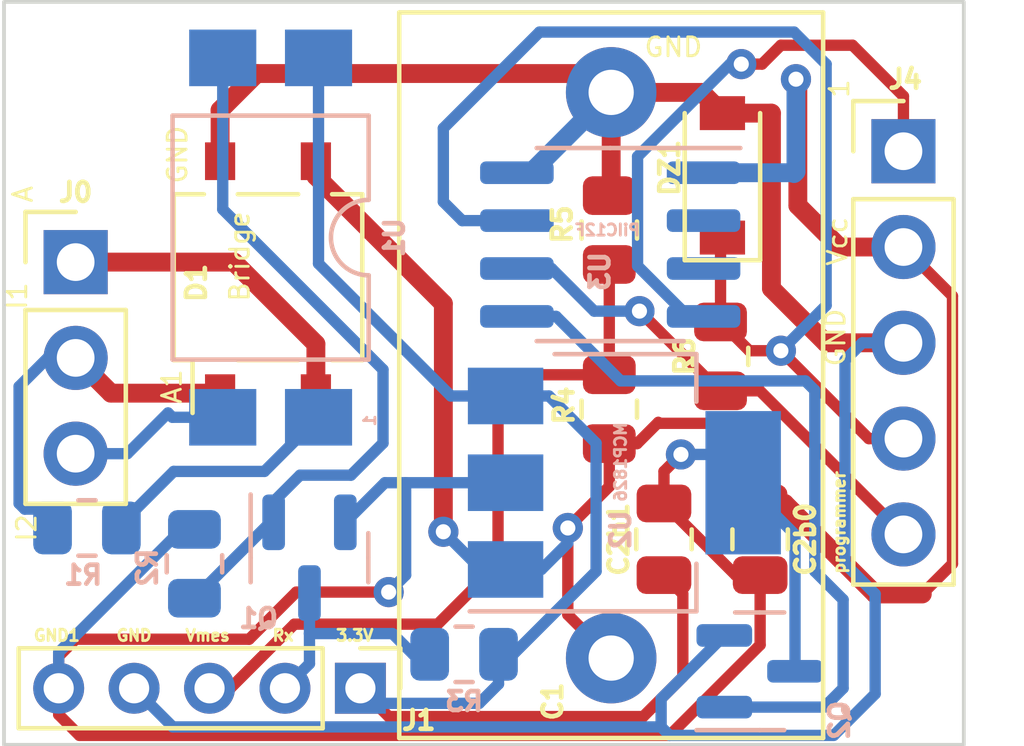
<source format=kicad_pcb>
(kicad_pcb (version 20211014) (generator pcbnew)
  (layers (0 "F.Cu" signal) (31 "B.Cu" signal) (34 "B.Paste" user) (35 "F.Paste" user) (36 "B.SilkS" user "B.Silkscreen") (37 "F.SilkS" user "F.Silkscreen") (38 "B.Mask" user) (39 "F.Mask" user) (44 "Edge.Cuts" user))
  (net 0 "")
  (net 1 "VCC")
  (net 2 "GND")
  (net 3 "A")
  (net 4 "I1")
  (net 5 "Net-(DZ1-Pad1)")
  (net 6 "I2")
  (net 7 "+3.3V")
  (net 8 "Net-(J1-Pad2)")
  (net 9 "GND1")
  (net 10 "Net-(J1-Pad3)")
  (net 11 "Net-(J4-Pad1)")
  (net 12 "Net-(J4-Pad5)")
  (net 15 "Net-(Q1-Pad1)")
  (net 16 "Net-(Q2-Pad1)")
  (net 17 "Net-(R1-Pad2)")
  (footprint "Resistor_SMD:R_0805_2012Metric" (layer "F.Cu") (at 35.95 91.7 -90)
    (fp_text reference "R4" (at -0.1 1.2 90) (layer "F.SilkS") (effects (font (size 0.5 0.5) (thickness 0.125))))
    (fp_text value "R_US")
    (fp_line (start -0.227064 -0.735) (end 0.227064 -0.735) (layer "F.SilkS") (width 0.12))
    (fp_line (start -0.227064 0.735) (end 0.227064 0.735) (layer "F.SilkS") (width 0.12))
    (pad "1" smd roundrect (at -0.9125 0 270) (size 1.025 1.4) (layers "F.Cu" "F.Paste" "F.Mask") (roundrect_rratio 0.243902439) (net 10 "Net-(J1-Pad3)"))
    (pad "2" smd roundrect (at 0.9125 0 270) (size 1.025 1.4) (layers "F.Cu" "F.Paste" "F.Mask") (roundrect_rratio 0.243902439) (net 1 "VCC"))
  )
  (footprint "Capacitor_SMD:C_0805_2012Metric" (layer "F.Cu") (at 39.95 95.15 -90)
    (fp_text reference "C2b0" (at 0 -1.2 90) (layer "F.SilkS") (effects (font (size 0.5 0.5) (thickness 0.125))))
    (fp_text value "C")
    (fp_line (start -0.261252 -0.735) (end 0.261252 -0.735) (layer "F.SilkS") (width 0.12))
    (fp_line (start -0.261252 0.735) (end 0.261252 0.735) (layer "F.SilkS") (width 0.12))
    (pad "1" smd roundrect (at -0.95 0 270) (size 1 1.45) (layers "F.Cu" "F.Paste" "F.Mask") (net 1 "VCC"))
    (pad "2" smd roundrect (at 0.95 0 270) (size 1 1.45) (layers "F.Cu" "F.Paste" "F.Mask") (net 9 "GND1"))
  )
  (footprint "Connector_PinHeader_2.54mm:PinHeader_1x03_P2.54mm_Vertical" (layer "F.Cu") (at 21.8 87.8)
    (fp_text reference "J0" (at 0 -1.85) (layer "F.SilkS") (effects (font (size 0.5 0.5) (thickness 0.125))))
    (fp_text value "Linky")
    (fp_line (start -1.33 -1.33) (end 0 -1.33) (layer "F.SilkS") (width 0.12))
    (fp_line (start 1.33 1.27) (end 1.33 6.41) (layer "F.SilkS") (width 0.12))
    (fp_line (start -1.33 0) (end -1.33 -1.33) (layer "F.SilkS") (width 0.12))
    (fp_line (start -1.33 1.27) (end 1.33 1.27) (layer "F.SilkS") (width 0.12))
    (fp_line (start -1.33 1.27) (end -1.33 6.41) (layer "F.SilkS") (width 0.12))
    (fp_line (start -1.33 6.41) (end 1.33 6.41) (layer "F.SilkS") (width 0.12))
    (pad "1" thru_hole rect (at 0 0) (size 1.7 1.7) (drill 1) (layers *.Cu *.Mask) (net 3 "A"))
    (pad "2" thru_hole oval (at 0 2.54) (size 1.7 1.7) (drill 1) (layers *.Cu *.Mask) (net 4 "I1"))
    (pad "3" thru_hole oval (at 0 5.08) (size 1.7 1.7) (drill 1) (layers *.Cu *.Mask) (net 6 "I2"))
  )
  (footprint "Connector_PinHeader_2.00mm:PinHeader_1x05_P2.00mm_Vertical" (layer "F.Cu") (at 29.35 99.1 -90)
    (fp_text reference "J1" (at 0.85 -1.55 180) (layer "F.SilkS") (effects (font (size 0.5 0.5) (thickness 0.125))))
    (fp_text value "ESP")
    (fp_line (start -1.06 1) (end 1.06 1) (layer "F.SilkS") (width 0.12))
    (fp_line (start -1.06 9.06) (end 1.06 9.06) (layer "F.SilkS") (width 0.12))
    (fp_line (start 1.06 1) (end 1.06 9.06) (layer "F.SilkS") (width 0.12))
    (fp_line (start -1.06 1) (end -1.06 9.06) (layer "F.SilkS") (width 0.12))
    (fp_line (start -1.06 -1.06) (end 0 -1.06) (layer "F.SilkS") (width 0.12))
    (fp_line (start -1.06 0) (end -1.06 -1.06) (layer "F.SilkS") (width 0.12))
    (pad "1" thru_hole rect (at 0 0 270) (size 1.35 1.35) (drill 0.8) (layers *.Cu *.Mask) (net 7 "+3.3V"))
    (pad "2" thru_hole oval (at 0 2 270) (size 1.35 1.35) (drill 0.8) (layers *.Cu *.Mask) (net 8 "Net-(J1-Pad2)"))
    (pad "3" thru_hole oval (at 0 4 270) (size 1.35 1.35) (drill 0.8) (layers *.Cu *.Mask) (net 10 "Net-(J1-Pad3)"))
    (pad "4" thru_hole oval (at 0 6 270) (size 1.35 1.35) (drill 0.8) (layers *.Cu *.Mask) (net 2 "GND"))
    (pad "5" thru_hole oval (at 0 8 270) (size 1.35 1.35) (drill 0.8) (layers *.Cu *.Mask) (net 9 "GND1"))
  )
  (footprint "Connector_PinHeader_2.54mm:PinHeader_1x05_P2.54mm_Vertical" (layer "F.Cu") (at 43.75 84.86)
    (fp_text reference "J4" (at 0.05 -1.91) (layer "F.SilkS") (effects (font (size 0.5 0.5) (thickness 0.125))))
    (fp_text value "program")
    (fp_line (start -1.33 0) (end -1.33 -1.33) (layer "F.SilkS") (width 0.12))
    (fp_line (start -1.33 1.27) (end -1.33 11.49) (layer "F.SilkS") (width 0.12))
    (fp_line (start -1.33 1.27) (end 1.33 1.27) (layer "F.SilkS") (width 0.12))
    (fp_line (start -1.33 11.49) (end 1.33 11.49) (layer "F.SilkS") (width 0.12))
    (fp_line (start -1.33 -1.33) (end 0 -1.33) (layer "F.SilkS") (width 0.12))
    (fp_line (start 1.33 1.27) (end 1.33 11.49) (layer "F.SilkS") (width 0.12))
    (pad "1" thru_hole rect (at 0 0) (size 1.7 1.7) (drill 1) (layers *.Cu *.Mask) (net 11 "Net-(J4-Pad1)"))
    (pad "2" thru_hole oval (at 0 2.54) (size 1.7 1.7) (drill 1) (layers *.Cu *.Mask) (net 1 "VCC"))
    (pad "3" thru_hole oval (at 0 5.08) (size 1.7 1.7) (drill 1) (layers *.Cu *.Mask) (net 2 "GND"))
    (pad "4" thru_hole oval (at 0 7.62) (size 1.7 1.7) (drill 1) (layers *.Cu *.Mask) (net 5 "Net-(DZ1-Pad1)"))
    (pad "5" thru_hole oval (at 0 10.16) (size 1.7 1.7) (drill 1) (layers *.Cu *.Mask) (net 12 "Net-(J4-Pad5)"))
  )
  (footprint "Capacitor_SMD:C_0805_2012Metric" (layer "F.Cu") (at 37.4 95.15 90)
    (fp_text reference "C2b1" (at 0 -1.2 90) (layer "F.SilkS") (effects (font (size 0.5 0.5) (thickness 0.125))))
    (fp_text value "C")
    (fp_line (start -0.261252 0.735) (end 0.261252 0.735) (layer "F.SilkS") (width 0.12))
    (fp_line (start -0.261252 -0.735) (end 0.261252 -0.735) (layer "F.SilkS") (width 0.12))
    (pad "1" smd roundrect (at -0.95 0 90) (size 1 1.45) (layers "F.Cu" "F.Paste" "F.Mask") (net 7 "+3.3V"))
    (pad "2" smd roundrect (at 0.95 0 90) (size 1 1.45) (layers "F.Cu" "F.Paste" "F.Mask") (net 9 "GND1"))
  )
  (footprint "Resistor_SMD:R_0805_2012Metric" (layer "F.Cu") (at 35.95 86.95 -90)
    (fp_text reference "R5" (at -0.15 1.25 90) (layer "F.SilkS") (effects (font (size 0.5 0.5) (thickness 0.125))))
    (fp_text value "R_US")
    (fp_line (start -0.227064 -0.735) (end 0.227064 -0.735) (layer "F.SilkS") (width 0.12))
    (fp_line (start -0.227064 0.735) (end 0.227064 0.735) (layer "F.SilkS") (width 0.12))
    (pad "1" smd roundrect (at -0.9125 0 270) (size 1.025 1.4) (layers "F.Cu" "F.Paste" "F.Mask") (roundrect_rratio 0.243902439) (net 2 "GND"))
    (pad "2" smd roundrect (at 0.9125 0 270) (size 1.025 1.4) (layers "F.Cu" "F.Paste" "F.Mask") (roundrect_rratio 0.243902439) (net 10 "Net-(J1-Pad3)"))
  )
  (footprint "Capacitor_THT:C_Rect_L19.0mm_W11.0mm_P15.00mm_MKS4" (layer "F.Cu") (at 36 98.3 90)
    (fp_text reference "C1" (at -1.15 -1.55 90) (layer "F.SilkS") (effects (font (size 0.5 0.5) (thickness 0.125))))
    (fp_text value "C")
    (fp_line (start -2.12 -5.62) (end -2.12 5.62) (layer "F.SilkS") (width 0.12))
    (fp_line (start -2.12 -5.62) (end 17.12 -5.62) (layer "F.SilkS") (width 0.12))
    (fp_line (start 17.12 -5.62) (end 17.12 5.62) (layer "F.SilkS") (width 0.12))
    (fp_line (start -2.12 5.62) (end 17.12 5.62) (layer "F.SilkS") (width 0.12))
    (pad "1" thru_hole circle (at 0 0 90) (size 2.4 2.4) (drill 1.2) (layers *.Cu *.Mask) (net 1 "VCC"))
    (pad "2" thru_hole circle (at 15 0 90) (size 2.4 2.4) (drill 1.2) (layers *.Cu *.Mask) (net 2 "GND"))
  )
  (footprint "Resistor_SMD:R_0805_2012Metric" (layer "F.Cu") (at 38.9 90.3 -90)
    (fp_text reference "R6" (at 0 0.95 90) (layer "F.SilkS") (effects (font (size 0.5 0.5) (thickness 0.125))))
    (fp_text value "R_US")
    (fp_line (start -0.227064 0.735) (end 0.227064 0.735) (layer "F.SilkS") (width 0.12))
    (fp_line (start -0.227064 -0.735) (end 0.227064 -0.735) (layer "F.SilkS") (width 0.12))
    (pad "1" smd roundrect (at -0.9125 0 270) (size 1.025 1.4) (layers "F.Cu" "F.Paste" "F.Mask") (roundrect_rratio 0.243902439) (net 5 "Net-(DZ1-Pad1)"))
    (pad "2" smd roundrect (at 0.9125 0 270) (size 1.025 1.4) (layers "F.Cu" "F.Paste" "F.Mask") (roundrect_rratio 0.243902439) (net 12 "Net-(J4-Pad5)"))
  )
  (footprint "Package_TO_SOT_SMD:TO-269AA" (layer "F.Cu") (at 26.9 88.2 90)
    (fp_text reference "D1" (at -0.15 -1.9 90) (layer "F.SilkS") (effects (font (size 0.5 0.5) (thickness 0.125))))
    (fp_text value "MB6S")
    (fp_line (start -2.2 2.5) (end -2.2 1.7) (layer "F.SilkS") (width 0.12))
    (fp_line (start 2.2 1.7) (end 2.2 2.5) (layer "F.SilkS") (width 0.12))
    (fp_line (start 2.2 -2.5) (end -2.2 -2.5) (layer "F.SilkS") (width 0.12))
    (fp_line (start 2.2 -1.7) (end 2.2 -2.5) (layer "F.SilkS") (width 0.12))
    (fp_line (start -2.2 -2) (end -3.6 -2) (layer "F.SilkS") (width 0.12))
    (fp_line (start 2.2 2.5) (end -2.2 2.5) (layer "F.SilkS") (width 0.12))
    (fp_line (start 2.2 -0.8) (end 2.2 0.8) (layer "F.SilkS") (width 0.12))
    (fp_line (start -2.2 -2.5) (end -2.2 -2) (layer "F.SilkS") (width 0.12))
    (fp_line (start -2.2 -0.8) (end -2.2 0.8) (layer "F.SilkS") (width 0.12))
    (pad "1" smd rect (at -3.075 -1.27 90) (size 1 0.8) (layers "F.Cu" "F.Paste" "F.Mask") (net 4 "I1"))
    (pad "2" smd rect (at -3.075 1.27 90) (size 1 0.8) (layers "F.Cu" "F.Paste" "F.Mask") (net 3 "A"))
    (pad "3" smd rect (at 3.075 1.27 90) (size 1 0.8) (layers "F.Cu" "F.Paste" "F.Mask") (net 1 "VCC"))
    (pad "4" smd rect (at 3.075 -1.27 90) (size 1 0.8) (layers "F.Cu" "F.Paste" "F.Mask") (net 2 "GND"))
  )
  (footprint "Diode_SMD:D_SOD-123" (layer "F.Cu") (at 38.95 85.5 90)
    (fp_text reference "DZ1" (at 0.2 -1.4 90) (layer "F.SilkS") (effects (font (size 0.5 0.5) (thickness 0.125))))
    (fp_text value "BAT43W-V")
    (fp_line (start -2.25 1) (end 1.65 1) (layer "F.SilkS") (width 0.12))
    (fp_line (start -2.25 -1) (end 1.65 -1) (layer "F.SilkS") (width 0.12))
    (fp_line (start -2.25 -1) (end -2.25 1) (layer "F.SilkS") (width 0.12))
    (pad "1" smd rect (at -1.65 0 90) (size 0.9 1.2) (layers "F.Cu" "F.Paste" "F.Mask") (net 5 "Net-(DZ1-Pad1)"))
    (pad "2" smd rect (at 1.65 0 90) (size 0.9 1.2) (layers "F.Cu" "F.Paste" "F.Mask") (net 2 "GND"))
  )
  (footprint "Package_DIP:SMDIP-4_W9.53mm_Clearance8mm" (layer "B.Cu") (at 26.97 87.15 90)
    (fp_text reference "U1" (at 0 3.28 90) (layer "B.SilkS") (effects (font (size 0.5 0.5) (thickness 0.125)) (justify mirror)))
    (fp_text value "SFH6206-2T")
    (fp_line (start -3.235 -2.6) (end 3.235 -2.6) (layer "B.SilkS") (width 0.12))
    (fp_line (start 3.235 2.6) (end 1 2.6) (layer "B.SilkS") (width 0.12))
    (fp_line (start 3.235 -2.6) (end 3.235 2.6) (layer "B.SilkS") (width 0.12))
    (fp_line (start -1 2.6) (end -3.235 2.6) (layer "B.SilkS") (width 0.12))
    (fp_line (start -3.235 2.6) (end -3.235 -2.6) (layer "B.SilkS") (width 0.12))
    (fp_arc (start -1 2.6) (mid 0 1.6) (end 1 2.6) (layer "B.SilkS") (width 0.12))
    (pad "1" smd rect (at -4.765 1.27 90) (size 1.5 1.78) (layers "B.Cu" "B.Paste" "B.Mask") (net 17 "Net-(R1-Pad2)"))
    (pad "2" smd rect (at -4.765 -1.27 90) (size 1.5 1.78) (layers "B.Cu" "B.Paste" "B.Mask") (net 6 "I2"))
    (pad "3" smd rect (at 4.765 -1.27 90) (size 1.5 1.78) (layers "B.Cu" "B.Paste" "B.Mask") (net 15 "Net-(Q1-Pad1)"))
    (pad "4" smd rect (at 4.765 1.27 90) (size 1.5 1.78) (layers "B.Cu" "B.Paste" "B.Mask") (net 7 "+3.3V"))
  )
  (footprint "Package_TO_SOT_SMD:SOT-23" (layer "B.Cu") (at 39.9375 98.65)
    (fp_text reference "Q2" (at 2.1125 1.3 90) (layer "B.SilkS") (effects (font (size 0.5 0.5) (thickness 0.125)) (justify mirror)))
    (fp_text value "IRLML6244")
    (fp_line (start 0 1.56) (end 0.65 1.56) (layer "B.SilkS") (width 0.12))
    (fp_line (start 0 -1.56) (end -0.65 -1.56) (layer "B.SilkS") (width 0.12))
    (fp_line (start 0 -1.56) (end 0.65 -1.56) (layer "B.SilkS") (width 0.12))
    (fp_line (start 0 1.56) (end -1.675 1.56) (layer "B.SilkS") (width 0.12))
    (pad "1" smd roundrect (at -0.9375 0.95) (size 1.475 0.6) (layers "B.Cu" "B.Paste" "B.Mask") (net 16 "Net-(Q2-Pad1)"))
    (pad "2" smd roundrect (at -0.9375 -0.95) (size 1.475 0.6) (layers "B.Cu" "B.Paste" "B.Mask") (net 2 "GND"))
    (pad "3" smd roundrect (at 0.9375 0) (size 1.475 0.6) (layers "B.Cu" "B.Paste" "B.Mask") (net 9 "GND1"))
  )
  (footprint "Resistor_SMD:R_0805_2012Metric" (layer "B.Cu") (at 22.1 94.85)
    (fp_text reference "R1" (at -0.1 1.25) (layer "B.SilkS") (effects (font (size 0.5 0.5) (thickness 0.125)) (justify mirror)))
    (fp_text value "R_US")
    (fp_line (start -0.227064 -0.735) (end 0.227064 -0.735) (layer "B.SilkS") (width 0.12))
    (fp_line (start -0.227064 0.735) (end 0.227064 0.735) (layer "B.SilkS") (width 0.12))
    (pad "1" smd roundrect (at -0.9125 0) (size 1.025 1.4) (layers "B.Cu" "B.Paste" "B.Mask") (roundrect_rratio 0.243902439) (net 4 "I1"))
    (pad "2" smd roundrect (at 0.9125 0) (size 1.025 1.4) (layers "B.Cu" "B.Paste" "B.Mask") (roundrect_rratio 0.243902439) (net 17 "Net-(R1-Pad2)"))
  )
  (footprint "Package_TO_SOT_SMD:SOT-223-3_TabPin2" (layer "B.Cu") (at 36.35 93.65)
    (fp_text reference "U2" (at -0.1 1.25 270) (layer "B.SilkS") (effects (font (size 0.5 0.5) (thickness 0.125)) (justify mirror)))
    (fp_text value "MCP1825s33")
    (fp_line (start -4.1 3.41) (end 1.91 3.41) (layer "B.SilkS") (width 0.12))
    (fp_line (start -1.85 -3.41) (end 1.91 -3.41) (layer "B.SilkS") (width 0.12))
    (fp_line (start 1.91 3.41) (end 1.91 2.15) (layer "B.SilkS") (width 0.12))
    (fp_line (start 1.91 -3.41) (end 1.91 -2.15) (layer "B.SilkS") (width 0.12))
    (pad "1" smd rect (at -3.15 2.3) (size 2 1.5) (layers "B.Cu" "B.Paste" "B.Mask") (net 1 "VCC"))
    (pad "2" smd rect (at -3.15 0) (size 2 1.5) (layers "B.Cu" "B.Paste" "B.Mask") (net 9 "GND1"))
    (pad "2" smd rect (at 3.15 0) (size 2 3.8) (layers "B.Cu" "B.Paste" "B.Mask") (net 9 "GND1"))
    (pad "3" smd rect (at -3.15 -2.3) (size 2 1.5) (layers "B.Cu" "B.Paste" "B.Mask") (net 7 "+3.3V"))
  )
  (footprint "Package_TO_SOT_SMD:SOT-23" (layer "B.Cu") (at 28 95.6375 -90)
    (fp_text reference "Q1" (at 1.6125 1.35 180) (layer "B.SilkS") (effects (font (size 0.5 0.5) (thickness 0.125)) (justify mirror)))
    (fp_text value "BS170F")
    (fp_line (start 0 -1.56) (end 0.65 -1.56) (layer "B.SilkS") (width 0.12))
    (fp_line (start 0 1.56) (end -1.675 1.56) (layer "B.SilkS") (width 0.12))
    (fp_line (start 0 1.56) (end 0.65 1.56) (layer "B.SilkS") (width 0.12))
    (fp_line (start 0 -1.56) (end -0.65 -1.56) (layer "B.SilkS") (width 0.12))
    (pad "1" smd roundrect (at -0.9375 0.95 270) (size 1.475 0.6) (layers "B.Cu" "B.Paste" "B.Mask") (net 15 "Net-(Q1-Pad1)"))
    (pad "2" smd roundrect (at -0.9375 -0.95 270) (size 1.475 0.6) (layers "B.Cu" "B.Paste" "B.Mask") (net 9 "GND1"))
    (pad "3" smd roundrect (at 0.9375 0 270) (size 1.475 0.6) (layers "B.Cu" "B.Paste" "B.Mask") (net 8 "Net-(J1-Pad2)"))
  )
  (footprint "Resistor_SMD:R_0805_2012Metric" (layer "B.Cu") (at 24.95 95.8 -90)
    (fp_text reference "R2" (at 0.1 1.25 90) (layer "B.SilkS") (effects (font (size 0.5 0.5) (thickness 0.125)) (justify mirror)))
    (fp_text value "R_US")
    (fp_line (start -0.227064 -0.735) (end 0.227064 -0.735) (layer "B.SilkS") (width 0.12))
    (fp_line (start -0.227064 0.735) (end 0.227064 0.735) (layer "B.SilkS") (width 0.12))
    (pad "1" smd roundrect (at -0.9125 0 270) (size 1.025 1.4) (layers "B.Cu" "B.Paste" "B.Mask") (roundrect_rratio 0.243902439) (net 9 "GND1"))
    (pad "2" smd roundrect (at 0.9125 0 270) (size 1.025 1.4) (layers "B.Cu" "B.Paste" "B.Mask") (roundrect_rratio 0.243902439) (net 15 "Net-(Q1-Pad1)"))
  )
  (footprint "Resistor_SMD:R_0805_2012Metric" (layer "B.Cu") (at 32.1 98.2)
    (fp_text reference "R3" (at 0 1.25) (layer "B.SilkS") (effects (font (size 0.5 0.5) (thickness 0.125)) (justify mirror)))
    (fp_text value "R_US")
    (fp_line (start -0.227064 -0.735) (end 0.227064 -0.735) (layer "B.SilkS") (width 0.12))
    (fp_line (start -0.227064 0.735) (end 0.227064 0.735) (layer "B.SilkS") (width 0.12))
    (pad "1" smd roundrect (at -0.9125 0) (size 1.025 1.4) (layers "B.Cu" "B.Paste" "B.Mask") (roundrect_rratio 0.243902439) (net 8 "Net-(J1-Pad2)"))
    (pad "2" smd roundrect (at 0.9125 0) (size 1.025 1.4) (layers "B.Cu" "B.Paste" "B.Mask") (roundrect_rratio 0.243902439) (net 7 "+3.3V"))
  )
  (footprint "Package_SO:SOIC-8_3.9x4.9mm_P1.27mm" (layer "B.Cu") (at 35.975 87.335 180)
    (fp_text reference "U3" (at 0.275 -0.715 90) (layer "B.SilkS") (effects (font (size 0.5 0.5) (thickness 0.125)) (justify mirror)))
    (fp_text value "PIC12F1840-IP")
    (fp_line (start 0 2.56) (end 1.95 2.56) (layer "B.SilkS") (width 0.12))
    (fp_line (start 0 2.56) (end -3.45 2.56) (layer "B.SilkS") (width 0.12))
    (fp_line (start 0 -2.56) (end -1.95 -2.56) (layer "B.SilkS") (width 0.12))
    (fp_line (start 0 -2.56) (end 1.95 -2.56) (layer "B.SilkS") (width 0.12))
    (pad "1" smd roundrect (at -2.475 1.905 180) (size 1.95 0.6) (layers "B.Cu" "B.Paste" "B.Mask") (net 1 "VCC"))
    (pad "2" smd roundrect (at -2.475 0.635 180) (size 1.95 0.6) (layers "B.Cu" "B.Paste" "B.Mask"))
    (pad "3" smd roundrect (at -2.475 -0.635 180) (size 1.95 0.6) (layers "B.Cu" "B.Paste" "B.Mask"))
    (pad "4" smd roundrect (at -2.475 -1.905 180) (size 1.95 0.6) (layers "B.Cu" "B.Paste" "B.Mask") (net 11 "Net-(J4-Pad1)"))
    (pad "5" smd roundrect (at 2.475 -1.905 180) (size 1.95 0.6) (layers "B.Cu" "B.Paste" "B.Mask") (net 16 "Net-(Q2-Pad1)"))
    (pad "6" smd roundrect (at 2.475 -0.635 180) (size 1.95 0.6) (layers "B.Cu" "B.Paste" "B.Mask") (net 12 "Net-(J4-Pad5)"))
    (pad "7" smd roundrect (at 2.475 0.635 180) (size 1.95 0.6) (layers "B.Cu" "B.Paste" "B.Mask") (net 5 "Net-(DZ1-Pad1)"))
    (pad "8" smd roundrect (at 2.475 1.905 180) (size 1.95 0.6) (layers "B.Cu" "B.Paste" "B.Mask") (net 2 "GND"))
  )
  (gr_rect (start 19.9 80.9) (end 45.35 100.6) (layer "Edge.Cuts") (width 0.1) (fill none))
  (gr_text "1" (at 29.6 92 90) (layer "B.SilkS") (effects (font (size 0.3 0.3) (thickness 0.075)) (justify mirror)))
  (gr_text "MCP1826" (at 36.25 93.1 90) (layer "B.SilkS") (effects (font (size 0.3 0.3) (thickness 0.075)) (justify mirror)))
  (gr_text "PiIC12F" (at 35.9 86.95) (layer "B.SilkS") (effects (font (size 0.3 0.3) (thickness 0.075)) (justify mirror)))
  (gr_text "programmer" (at 42.05 94.7 90) (layer "F.SilkS") (effects (font (size 0.3 0.3) (thickness 0.075))))
  (gr_text "Vmes" (at 25.3 97.7) (layer "F.SilkS") (effects (font (size 0.3 0.3) (thickness 0.075))))
  (gr_text "I1" (at 20.25 88.7 90) (layer "F.SilkS") (effects (font (size 0.5 0.5) (thickness 0.075))))
  (gr_text "I2\n" (at 20.5 94.85 90) (layer "F.SilkS") (effects (font (size 0.5 0.5) (thickness 0.075))))
  (gr_text "1" (at 42.05 83.2 90) (layer "F.SilkS") (effects (font (size 0.5 0.5) (thickness 0.075))))
  (gr_text "GND1" (at 21.3 97.7) (layer "F.SilkS") (effects (font (size 0.3 0.3) (thickness 0.075))))
  (gr_text "3.3V\n" (at 29.2 97.7) (layer "F.SilkS") (effects (font (size 0.3 0.3) (thickness 0.075))))
  (gr_text "Rx" (at 27.3 97.7) (layer "F.SilkS") (effects (font (size 0.3 0.3) (thickness 0.075))))
  (gr_text "GND\n" (at 23.35 97.7) (layer "F.SilkS") (effects (font (size 0.3 0.3) (thickness 0.075))))
  (gr_text "A1" (at 24.35 91.1 90) (layer "F.SilkS") (effects (font (size 0.5 0.5) (thickness 0.075))))
  (gr_text "Vcc" (at 42 87.25 90) (layer "F.SilkS") (effects (font (size 0.5 0.5) (thickness 0.075))))
  (gr_text "A" (at 20.4 86 90) (layer "F.SilkS") (effects (font (size 0.5 0.5) (thickness 0.075))))
  (gr_text "GND" (at 24.5 84.95 90) (layer "F.SilkS") (effects (font (size 0.5 0.5) (thickness 0.075))))
  (gr_text "GND" (at 41.95 89.8 90) (layer "F.SilkS") (effects (font (size 0.5 0.5) (thickness 0.075))))
  (gr_text "Bridge" (at 26.15 87.65 90) (layer "F.SilkS") (effects (font (size 0.5 0.5) (thickness 0.075))))
  (gr_text "GND" (at 37.65 82.1) (layer "F.SilkS") (effects (font (size 0.5 0.5) (thickness 0.075))))
  (segment (start 28.17 85.52) (end 31.55 88.9) (width 0.5) (layer "F.Cu") (net 1))
  (segment (start 42.05 87.4) (end 43.75 87.4) (width 0.5) (layer "F.Cu") (net 1))
  (segment (start 44.25 96.6) (end 43 96.6) (width 0.5) (layer "F.Cu") (net 1))
  (segment (start 28.17 85.125) (end 28.17 85.52) (width 0.5) (layer "F.Cu") (net 1))
  (segment (start 39.95 93.05) (end 39.95 94.2) (width 0.3) (layer "F.Cu") (net 1))
  (segment (start 37.25 92.05) (end 37.275 92.075) (width 0.3) (layer "F.Cu") (net 1))
  (segment (start 36.6875 92.6125) (end 37.25 92.05) (width 0.3) (layer "F.Cu") (net 1))
  (segment (start 38.975 92.075) (end 39.95 93.05) (width 0.3) (layer "F.Cu") (net 1))
  (segment (start 39.95 94.2) (end 40.3 94.2) (width 0.3) (layer "F.Cu") (net 1))
  (segment (start 34.8505 97.1505) (end 36 98.3) (width 0.3) (layer "F.Cu") (net 1))
  (segment (start 45.05 88.7) (end 45.05 95.8) (width 0.3) (layer "F.Cu") (net 1))
  (segment (start 35.95 92.6125) (end 36.6875 92.6125) (width 0.3) (layer "F.Cu") (net 1))
  (segment (start 37.275 92.075) (end 38.975 92.075) (width 0.3) (layer "F.Cu") (net 1))
  (segment (start 40.9 82.95) (end 40.95 83) (width 0.5) (layer "F.Cu") (net 1))
  (segment (start 40.95 86.3) (end 42.05 87.4) (width 0.5) (layer "F.Cu") (net 1))
  (segment (start 43.75 87.4) (end 45.05 88.7) (width 0.3) (layer "F.Cu") (net 1))
  (segment (start 40.6 94.2) (end 39.95 94.2) (width 0.5) (layer "F.Cu") (net 1))
  (segment (start 43 96.6) (end 40.6 94.2) (width 0.5) (layer "F.Cu") (net 1))
  (segment (start 31.55 88.9) (end 31.55 94.95) (width 0.5) (layer "F.Cu") (net 1))
  (segment (start 35.95 93.7505) (end 35.95 92.6125) (width 0.3) (layer "F.Cu") (net 1))
  (segment (start 34.8505 94.85) (end 34.8505 97.1505) (width 0.3) (layer "F.Cu") (net 1))
  (segment (start 34.8505 94.85) (end 35.95 93.7505) (width 0.3) (layer "F.Cu") (net 1))
  (segment (start 40.95 83) (end 40.95 86.3) (width 0.5) (layer "F.Cu") (net 1))
  (segment (start 45.05 95.8) (end 44.25 96.6) (width 0.3) (layer "F.Cu") (net 1))
  (via (at 31.55 94.95) (size 0.8) (drill 0.4) (layers "F.Cu" "B.Cu") (net 1))
  (via (at 40.9 82.95) (size 0.8) (drill 0.4) (layers "F.Cu" "B.Cu") (net 1))
  (via (at 34.8505 94.85) (size 0.8) (drill 0.4) (layers "F.Cu" "B.Cu") (net 1))
  (segment (start 38.45 85.43) (end 40.83 85.43) (width 0.5) (layer "B.Cu") (net 1))
  (segment (start 34.8505 95.2495) (end 34.15 95.95) (width 0.3) (layer "B.Cu") (net 1))
  (segment (start 34.15 95.95) (end 33.2 95.95) (width 0.3) (layer "B.Cu") (net 1))
  (segment (start 31.55 94.95) (end 32.55 95.95) (width 0.3) (layer "B.Cu") (net 1))
  (segment (start 40.9 85.4) (end 40.9 82.95) (width 0.5) (layer "B.Cu") (net 1))
  (segment (start 32.55 95.95) (end 33.2 95.95) (width 0.3) (layer "B.Cu") (net 1))
  (segment (start 34.8505 94.85) (end 34.8505 95.2495) (width 0.3) (layer "B.Cu") (net 1))
  (segment (start 40.83 85.43) (end 40.85 85.45) (width 0.5) (layer "B.Cu") (net 1))
  (segment (start 43.25 87.4) (end 43.75 87.4) (width 0.5) (layer "B.Cu") (net 1))
  (segment (start 40.85 85.45) (end 40.9 85.4) (width 0.5) (layer "B.Cu") (net 1))
  (segment (start 25.63 83.77) (end 26.6 82.8) (width 0.5) (layer "F.Cu") (net 2))
  (segment (start 36 85.9875) (end 35.95 86.0375) (width 0.5) (layer "F.Cu") (net 2))
  (segment (start 38.4 83.3) (end 38.95 83.85) (width 0.5) (layer "F.Cu") (net 2))
  (segment (start 40.25 88.5) (end 41.69 89.94) (width 0.5) (layer "F.Cu") (net 2))
  (segment (start 41.69 89.94) (end 43.75 89.94) (width 0.5) (layer "F.Cu") (net 2))
  (segment (start 36 83.3) (end 36 85.9875) (width 0.5) (layer "F.Cu") (net 2))
  (segment (start 38.95 83.85) (end 40.25 83.85) (width 0.5) (layer "F.Cu") (net 2))
  (segment (start 35.5 82.8) (end 36 83.3) (width 0.5) (layer "F.Cu") (net 2))
  (segment (start 40.25 83.85) (end 40.25 88.5) (width 0.5) (layer "F.Cu") (net 2))
  (segment (start 36 83.3) (end 38.4 83.3) (width 0.5) (layer "F.Cu") (net 2))
  (segment (start 26.6 82.8) (end 35.5 82.8) (width 0.5) (layer "F.Cu") (net 2))
  (segment (start 25.63 85.125) (end 25.63 83.77) (width 0.5) (layer "F.Cu") (net 2))
  (segment (start 37.325 100.125) (end 37.55 100.35) (width 0.3) (layer "B.Cu") (net 2))
  (segment (start 42.2 95.8) (end 42.2 90.4) (width 0.3) (layer "B.Cu") (net 2))
  (segment (start 23.35 99.1) (end 24.375 100.125) (width 0.3) (layer "B.Cu") (net 2))
  (segment (start 33.5 85.43) (end 33.87 85.43) (width 0.5) (layer "B.Cu") (net 2))
  (segment (start 37.325 100.125) (end 37.325 99.375) (width 0.3) (layer "B.Cu") (net 2))
  (segment (start 37.325 99.375) (end 39 97.7) (width 0.3) (layer "B.Cu") (net 2))
  (segment (start 43 99.25) (end 43 96.6) (width 0.3) (layer "B.Cu") (net 2))
  (segment (start 42.66 89.94) (end 43.75 89.94) (width 0.3) (layer "B.Cu") (net 2))
  (segment (start 41.9 100.35) (end 43 99.25) (width 0.3) (layer "B.Cu") (net 2))
  (segment (start 42.2 90.4) (end 42.66 89.94) (width 0.3) (layer "B.Cu") (net 2))
  (segment (start 24.375 100.125) (end 37.325 100.125) (width 0.3) (layer "B.Cu") (net 2))
  (segment (start 43 96.6) (end 42.2 95.8) (width 0.3) (layer "B.Cu") (net 2))
  (segment (start 37.55 100.35) (end 41.9 100.35) (width 0.3) (layer "B.Cu") (net 2))
  (segment (start 33.87 85.43) (end 36 83.3) (width 0.5) (layer "B.Cu") (net 2))
  (segment (start 21.8 87.8) (end 26 87.8) (width 0.5) (layer "F.Cu") (net 3))
  (segment (start 28.17 89.97) (end 28.17 91.275) (width 0.5) (layer "F.Cu") (net 3))
  (segment (start 26 87.8) (end 28.17 89.97) (width 0.5) (layer "F.Cu") (net 3))
  (segment (start 22.735 91.275) (end 21.8 90.34) (width 0.5) (layer "F.Cu") (net 4))
  (segment (start 25.63 91.275) (end 22.735 91.275) (width 0.5) (layer "F.Cu") (net 4))
  (segment (start 21.06 90.34) (end 20.3 91.1) (width 0.3) (layer "B.Cu") (net 4))
  (segment (start 20.3 94.2) (end 20.45 94.35) (width 0.3) (layer "B.Cu") (net 4))
  (segment (start 20.45 94.35) (end 21.2875 94.35) (width 0.3) (layer "B.Cu") (net 4))
  (segment (start 21.8 90.34) (end 21.06 90.34) (width 0.3) (layer "B.Cu") (net 4))
  (segment (start 20.3 91.1) (end 20.3 94.2) (width 0.3) (layer "B.Cu") (net 4))
  (segment (start 40.5 90.15) (end 39.6625 90.15) (width 0.3) (layer "F.Cu") (net 5))
  (segment (start 42.83 92.48) (end 43.75 92.48) (width 0.3) (layer "F.Cu") (net 5))
  (segment (start 38.9 87.2) (end 38.95 87.15) (width 0.3) (layer "F.Cu") (net 5))
  (segment (start 40.5 90.15) (end 42.83 92.48) (width 0.3) (layer "F.Cu") (net 5))
  (segment (start 38.9 89.3875) (end 38.9 87.2) (width 0.3) (layer "F.Cu") (net 5))
  (segment (start 39.6625 90.15) (end 38.9 89.3875) (width 0.3) (layer "F.Cu") (net 5))
  (via (at 40.5 90.15) (size 0.8) (drill 0.4) (layers "F.Cu" "B.Cu") (net 5))
  (segment (start 33.5 86.7) (end 32.05 86.7) (width 0.3) (layer "B.Cu") (net 5))
  (segment (start 41.7 88.95) (end 40.5 90.15) (width 0.3) (layer "B.Cu") (net 5))
  (segment (start 34.1 81.7) (end 40.85 81.7) (width 0.3) (layer "B.Cu") (net 5))
  (segment (start 32.05 86.7) (end 31.55 86.2) (width 0.3) (layer "B.Cu") (net 5))
  (segment (start 41.7 82.55) (end 41.7 88.95) (width 0.3) (layer "B.Cu") (net 5))
  (segment (start 31.55 86.2) (end 31.55 84.25) (width 0.3) (layer "B.Cu") (net 5))
  (segment (start 40.85 81.7) (end 41.7 82.55) (width 0.3) (layer "B.Cu") (net 5))
  (segment (start 31.55 84.25) (end 34.1 81.7) (width 0.3) (layer "B.Cu") (net 5))
  (segment (start 24.365 91.915) (end 25.7 91.915) (width 0.3) (layer "B.Cu") (net 6))
  (segment (start 24.25 91.8) (end 24.365 91.915) (width 0.3) (layer "B.Cu") (net 6))
  (segment (start 21.8 92.88) (end 23.17 92.88) (width 0.3) (layer "B.Cu") (net 6))
  (segment (start 23.17 92.88) (end 24.25 91.8) (width 0.3) (layer "B.Cu") (net 6))
  (segment (start 37.9 96.6) (end 37.9 98.8) (width 0.3) (layer "F.Cu") (net 7))
  (segment (start 36.85 99.85) (end 30.1 99.85) (width 0.3) (layer "F.Cu") (net 7))
  (segment (start 37.9 98.8) (end 36.85 99.85) (width 0.3) (layer "F.Cu") (net 7))
  (segment (start 37.4 96.1) (end 37.9 96.6) (width 0.3) (layer "F.Cu") (net 7))
  (segment (start 30.1 99.85) (end 29.35 99.1) (width 0.3) (layer "F.Cu") (net 7))
  (segment (start 35.6 92.6) (end 34.35 91.35) (width 0.3) (layer "B.Cu") (net 7))
  (segment (start 32.5 99.5) (end 29.75 99.5) (width 0.3) (layer "B.Cu") (net 7))
  (segment (start 29.75 99.5) (end 29.35 99.1) (width 0.3) (layer "B.Cu") (net 7))
  (segment (start 33.0125 98.2) (end 33.0125 98.9875) (width 0.3) (layer "B.Cu") (net 7))
  (segment (start 33.0125 98.9875) (end 32.5 99.5) (width 0.3) (layer "B.Cu") (net 7))
  (segment (start 28.24 82.385) (end 28.24 87.84) (width 0.3) (layer "B.Cu") (net 7))
  (segment (start 33.0125 98.2) (end 33.4 98.2) (width 0.3) (layer "B.Cu") (net 7))
  (segment (start 34.35 91.35) (end 33.2 91.35) (width 0.3) (layer "B.Cu") (net 7))
  (segment (start 31.75 91.35) (end 33.2 91.35) (width 0.3) (layer "B.Cu") (net 7))
  (segment (start 28.24 87.84) (end 31.75 91.35) (width 0.3) (layer "B.Cu") (net 7))
  (segment (start 35.6 96) (end 35.6 92.6) (width 0.3) (layer "B.Cu") (net 7))
  (segment (start 33.4 98.2) (end 35.6 96) (width 0.3) (layer "B.Cu") (net 7))
  (segment (start 31.1875 98.2) (end 30.75 98.2) (width 0.3) (layer "B.Cu") (net 8))
  (segment (start 28 96.575) (end 28 97.65) (width 0.3) (layer "B.Cu") (net 8))
  (segment (start 28 98.45) (end 27.35 99.1) (width 0.3) (layer "B.Cu") (net 8))
  (segment (start 30.75 98.2) (end 30.2 97.65) (width 0.3) (layer "B.Cu") (net 8))
  (segment (start 28 97.65) (end 28 98.45) (width 0.3) (layer "B.Cu") (net 8))
  (segment (start 30.2 97.65) (end 28 97.65) (width 0.3) (layer "B.Cu") (net 8))
  (segment (start 37.4 93.35) (end 37.85 92.9) (width 0.3) (layer "F.Cu") (net 9))
  (segment (start 21.8 97.8) (end 21.35 98.25) (width 0.3) (layer "F.Cu") (net 9))
  (segment (start 39.95 96.1) (end 39.95 97.95) (width 0.3) (layer "F.Cu") (net 9))
  (segment (start 37.4 94.2) (end 37.4 93.35) (width 0.3) (layer "F.Cu") (net 9))
  (segment (start 21.9 100.35) (end 21.35 99.8) (width 0.3) (layer "F.Cu") (net 9))
  (segment (start 39.95 97.95) (end 37.55 100.35) (width 0.3) (layer "F.Cu") (net 9))
  (segment (start 30.1 96.55) (end 27.65 96.55) (width 0.3) (layer "F.Cu") (net 9))
  (segment (start 21.35 99.8) (end 21.35 99.1) (width 0.3) (layer "F.Cu") (net 9))
  (segment (start 37.4 94.2) (end 39.3 96.1) (width 0.3) (layer "F.Cu") (net 9))
  (segment (start 21.35 98.25) (end 21.35 99.1) (width 0.3) (layer "F.Cu") (net 9))
  (segment (start 37.55 100.35) (end 21.9 100.35) (width 0.3) (layer "F.Cu") (net 9))
  (segment (start 39.3 96.1) (end 39.95 96.1) (width 0.3) (layer "F.Cu") (net 9))
  (segment (start 26.4 97.8) (end 21.8 97.8) (width 0.3) (layer "F.Cu") (net 9))
  (segment (start 27.65 96.55) (end 26.4 97.8) (width 0.3) (layer "F.Cu") (net 9))
  (via (at 30.1 96.55) (size 0.8) (drill 0.4) (layers "F.Cu" "B.Cu") (net 9))
  (via (at 37.85 92.9) (size 0.8) (drill 0.4) (layers "F.Cu" "B.Cu") (net 9))
  (segment (start 38.75 92.9) (end 39.5 93.65) (width 0.3) (layer "B.Cu") (net 9))
  (segment (start 30.55 93.65) (end 33.2 93.65) (width 0.3) (layer "B.Cu") (net 9))
  (segment (start 24.95 94.8875) (end 24.6125 94.8875) (width 0.3) (layer "B.Cu") (net 9))
  (segment (start 30.55 96.1) (end 30.55 93.65) (width 0.3) (layer "B.Cu") (net 9))
  (segment (start 21.35 98.15) (end 21.35 99.1) (width 0.3) (layer "B.Cu") (net 9))
  (segment (start 28.95 94.7) (end 30 93.65) (width 0.3) (layer "B.Cu") (net 9))
  (segment (start 39.5 93.65) (end 40.875 95.025) (width 0.3) (layer "B.Cu") (net 9))
  (segment (start 30.1 96.55) (end 30.55 96.1) (width 0.3) (layer "B.Cu") (net 9))
  (segment (start 40.875 95.025) (end 40.875 98.65) (width 0.3) (layer "B.Cu") (net 9))
  (segment (start 30 93.65) (end 30.55 93.65) (width 0.3) (layer "B.Cu") (net 9))
  (segment (start 24.6125 94.8875) (end 21.35 98.15) (width 0.3) (layer "B.Cu") (net 9))
  (segment (start 37.85 92.9) (end 38.75 92.9) (width 0.3) (layer "B.Cu") (net 9))
  (segment (start 33 91.65) (end 33.8625 90.7875) (width 0.3) (layer "F.Cu") (net 10))
  (segment (start 31.4 97.4) (end 33 95.8) (width 0.3) (layer "F.Cu") (net 10))
  (segment (start 25.900431 99.1) (end 27.600431 97.4) (width 0.3) (layer "F.Cu") (net 10))
  (segment (start 35.95 87.8625) (end 35.95 90.7875) (width 0.3) (layer "F.Cu") (net 10))
  (segment (start 33.8625 90.7875) (end 35.95 90.7875) (width 0.3) (layer "F.Cu") (net 10))
  (segment (start 25.35 99.1) (end 25.900431 99.1) (width 0.3) (layer "F.Cu") (net 10))
  (segment (start 27.600431 97.4) (end 31.4 97.4) (width 0.3) (layer "F.Cu") (net 10))
  (segment (start 33 95.8) (end 33 91.65) (width 0.3) (layer "F.Cu") (net 10))
  (segment (start 42.4 82.05) (end 43.75 83.4) (width 0.3) (layer "F.Cu") (net 11))
  (segment (start 39.45 82.55) (end 40 82.55) (width 0.3) (layer "F.Cu") (net 11))
  (segment (start 40 82.55) (end 40.5 82.05) (width 0.3) (layer "F.Cu") (net 11))
  (segment (start 40.5 82.05) (end 42.4 82.05) (width 0.3) (layer "F.Cu") (net 11))
  (segment (start 43.75 83.4) (end 43.75 84.86) (width 0.3) (layer "F.Cu") (net 11))
  (via (at 39.45 82.55) (size 0.8) (drill 0.4) (layers "F.Cu" "B.Cu") (net 11))
  (segment (start 38.45 89.24) (end 38.037893 89.24) (width 0.3) (layer "B.Cu") (net 11))
  (segment (start 38.037893 89.24) (end 36.7 87.902107) (width 0.3) (layer "B.Cu") (net 11))
  (segment (start 36.7 87.902107) (end 36.7 85) (width 0.3) (layer "B.Cu") (net 11))
  (segment (start 39.15 82.55) (end 39.45 82.55) (width 0.3) (layer "B.Cu") (net 11))
  (segment (start 36.7 85) (end 39.15 82.55) (width 0.3) (layer "B.Cu") (net 11))
  (segment (start 43.75 95.02) (end 39.9425 91.2125) (width 0.3) (layer "F.Cu") (net 12))
  (segment (start 38.9 91.2125) (end 38.8625 91.2125) (width 0.3) (layer "F.Cu") (net 12))
  (segment (start 39.9425 91.2125) (end 38.9 91.2125) (width 0.3) (layer "F.Cu") (net 12))
  (segment (start 38.8625 91.2125) (end 36.75 89.1) (width 0.3) (layer "F.Cu") (net 12))
  (via (at 36.75 89.1) (size 0.8) (drill 0.4) (layers "F.Cu" "B.Cu") (net 12))
  (segment (start 36.75 89.1) (end 35.55 89.1) (width 0.3) (layer "B.Cu") (net 12))
  (segment (start 35.55 89.1) (end 34.42 87.97) (width 0.3) (layer "B.Cu") (net 12))
  (segment (start 34.42 87.97) (end 33.5 87.97) (width 0.3) (layer "B.Cu") (net 12))
  (segment (start 29.95 92.6) (end 29.1 93.45) (width 0.3) (layer "B.Cu") (net 15))
  (segment (start 27.05 94.7) (end 26.9625 94.7) (width 0.3) (layer "B.Cu") (net 15))
  (segment (start 25.7 82.385) (end 25.7 86.4) (width 0.3) (layer "B.Cu") (net 15))
  (segment (start 29.1 93.45) (end 27.75 93.45) (width 0.3) (layer "B.Cu") (net 15))
  (segment (start 27.05 94.15) (end 27.05 94.7) (width 0.3) (layer "B.Cu") (net 15))
  (segment (start 26.9625 94.7) (end 24.95 96.7125) (width 0.3) (layer "B.Cu") (net 15))
  (segment (start 27.75 93.45) (end 27.05 94.15) (width 0.3) (layer "B.Cu") (net 15))
  (segment (start 25.7 86.4) (end 29.95 90.65) (width 0.3) (layer "B.Cu") (net 15))
  (segment (start 29.95 90.65) (end 29.95 92.6) (width 0.3) (layer "B.Cu") (net 15))
  (segment (start 42.15 96.75) (end 41.4 96) (width 0.3) (layer "B.Cu") (net 16))
  (segment (start 41.4 91.2) (end 41.15 90.95) (width 0.3) (layer "B.Cu") (net 16))
  (segment (start 39 99.6) (end 41.65 99.6) (width 0.3) (layer "B.Cu") (net 16))
  (segment (start 41.65 99.6) (end 42.15 99.1) (width 0.3) (layer "B.Cu") (net 16))
  (segment (start 42.15 99.1) (end 42.15 96.75) (width 0.3) (layer "B.Cu") (net 16))
  (segment (start 41.15 90.95) (end 36.25 90.95) (width 0.3) (layer "B.Cu") (net 16))
  (segment (start 41.4 96) (end 41.4 91.2) (width 0.3) (layer "B.Cu") (net 16))
  (segment (start 34.54 89.24) (end 33.5 89.24) (width 0.3) (layer "B.Cu") (net 16))
  (segment (start 36.25 90.95) (end 34.54 89.24) (width 0.3) (layer "B.Cu") (net 16))
  (segment (start 23.4 94.35) (end 24.4 93.35) (width 0.3) (layer "B.Cu") (net 17))
  (segment (start 23.1125 94.35) (end 23.4 94.35) (width 0.3) (layer "B.Cu") (net 17))
  (segment (start 24.4 93.35) (end 26.805 93.35) (width 0.3) (layer "B.Cu") (net 17))
  (segment (start 26.805 93.35) (end 28.24 91.915) (width 0.3) (layer "B.Cu") (net 17))
)
</source>
